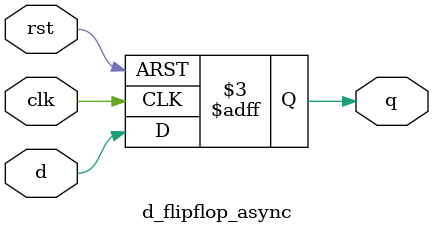
<source format=v>
module d_flipflop_sync(
    input wire clk,      // Saat sinyali
    input wire rst,      // Senkron reset (aktif yüksek)
    input wire d,        // Veri girişi
    output reg q         // Çıkış
);

// Başlangıç değeri
initial begin
    q = 0;
end

// Senkron reset - sadece saat darbesinde kontrol edilir
always @(posedge clk) begin
    if (rst) begin
        q <= 1'b0;      // Reset aktifse çıkışı sıfırla
    end else begin
        q <= d;         // Normal çalışma
    end
end

endmodule

// Asenkron reset'li D Flip-Flop
module d_flipflop_async(
    input wire clk,      // Saat sinyali
    input wire rst,      // Asenkron reset (aktif yüksek)
    input wire d,        // Veri girişi
    output reg q         // Çıkış
);

// Başlangıç değeri
initial begin
    q = 0;
end

// Asenkron reset - saat darbesini beklemeden hemen etki eder
always @(posedge clk or posedge rst) begin
    if (rst) begin
        q <= 1'b0;      // Reset aktifse hemen çıkışı sıfırla
    end else begin
        q <= d;         // Normal çalışma
    end
end

endmodule

</source>
